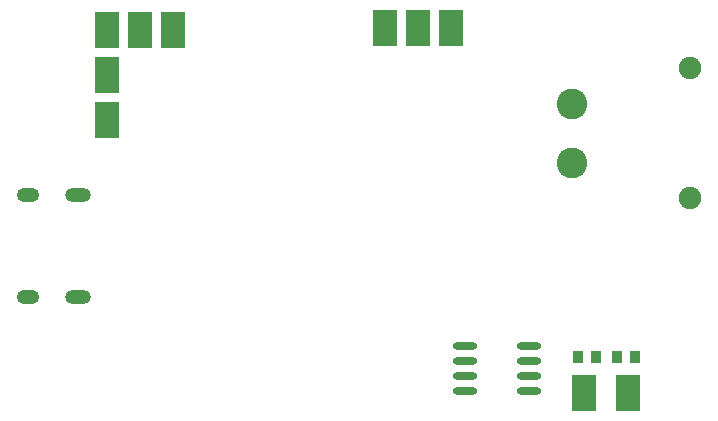
<source format=gbs>
G04 Layer: BottomSolderMaskLayer*
G04 EasyEDA v6.5.47, 2024-10-31 16:23:14*
G04 d01961b007cd42f0ad862483726119fd,f99730456eb041dfa0a19156df6b2b6d,10*
G04 Gerber Generator version 0.2*
G04 Scale: 100 percent, Rotated: No, Reflected: No *
G04 Dimensions in millimeters *
G04 leading zeros omitted , absolute positions ,4 integer and 5 decimal *
%FSLAX45Y45*%
%MOMM*%

%AMMACRO1*4,1,8,-0.4243,-0.4828,-0.454,-0.453,-0.454,0.4531,-0.4243,0.4828,0.4243,0.4828,0.454,0.4531,0.454,-0.453,0.4243,-0.4828,-0.4243,-0.4828,0*%
%AMMACRO2*4,1,8,-1.0207,-1.55,-1.05,-1.5207,-1.05,1.5207,-1.0207,1.55,1.0207,1.55,1.05,1.5207,1.05,-1.5207,1.0207,-1.55,-1.0207,-1.55,0*%
%ADD10C,2.6016*%
%ADD11C,1.9016*%
%ADD12O,2.2015958X1.2015978000000003*%
%ADD13O,1.9015964X1.2015978000000003*%
%ADD14MACRO1*%
%ADD15MACRO2*%
%ADD16O,2.051812X0.6700012*%

%LPD*%
D10*
G01*
X4732400Y-1342212D03*
G01*
X4732400Y-842213D03*
D11*
G01*
X5732399Y-542213D03*
G01*
X5732399Y-1642211D03*
D12*
G01*
X548995Y-1612696D03*
G01*
X548995Y-2476703D03*
D13*
G01*
X130987Y-2476703D03*
G01*
X130987Y-1612696D03*
D14*
G01*
X4939424Y-2984500D03*
G01*
X4788775Y-2984500D03*
G01*
X5269624Y-2984500D03*
G01*
X5118975Y-2984500D03*
D15*
G01*
X3429001Y-203201D03*
G01*
X1358901Y-215901D03*
G01*
X800101Y-215901D03*
G01*
X800101Y-596901D03*
G01*
X3708401Y-203201D03*
D16*
G01*
X3831590Y-3276600D03*
G01*
X3831590Y-3149600D03*
G01*
X3831590Y-3022600D03*
G01*
X3831590Y-2895600D03*
G01*
X4372609Y-3276600D03*
G01*
X4372609Y-3149600D03*
G01*
X4372609Y-3022600D03*
G01*
X4372609Y-2895600D03*
D15*
G01*
X1079501Y-215901D03*
G01*
X3149601Y-203201D03*
G01*
X800101Y-977901D03*
G01*
X4838701Y-3289301D03*
G01*
X5207001Y-3289301D03*
M02*

</source>
